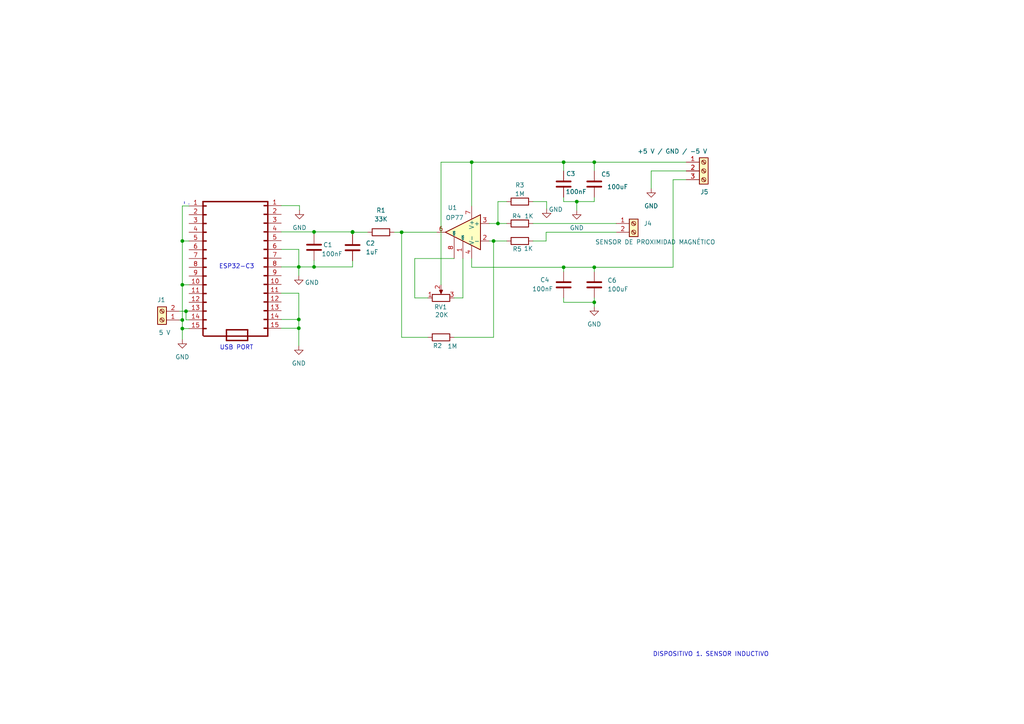
<source format=kicad_sch>
(kicad_sch (version 20211123) (generator eeschema)
  (paper "A4")
  (lib_symbols
    (symbol "Amplifier_Operational:OP77" (pin_names (offset 0.127))
      (property "Reference" "U" (at 1.27 6.35 0))
      (property "Value" "OP77" (at 1.27 3.81 0))
      (symbol "OP77_0_1"
        (polyline (pts (xy -5.08 5.08) (xy 5.08 0) (xy -5.08 -5.08) (xy -5.08 5.08)) (stroke (width 0.254)) (fill (type background)))
      )
      (symbol "OP77_1_1"
        (pin input line (at 0 -7.62 90) (length 5.08) (name "VOS") (number "1"))
        (pin input line (at -7.62 -2.54 0) (length 2.54) (name "-") (number "2"))
        (pin input line (at -7.62 2.54 0) (length 2.54) (name "+") (number "3"))
        (pin power_in line (at -2.54 -7.62 90) (length 3.81) (name "V-") (number "4"))
        (pin no_connect line (at 0 2.54 270) (length 2.54) hide (name "NC") (number "5"))
        (pin output line (at 7.62 0 180) (length 2.54) (name "~") (number "6"))
        (pin power_in line (at -2.54 7.62 270) (length 3.81) (name "V+") (number "7"))
        (pin input line (at 2.54 -7.62 90) (length 6.35) (name "VOS") (number "8"))
      )
    )
    (symbol "Connector:Conn_01x15_Male" (pin_names (offset 1.016) hide)
      (property "Reference" "J" (at 0 20.32 0))
      (property "Value" "Conn_01x15_Male" (at 0 -20.32 0))
      (symbol "Conn_01x15_Male_1_1"
        (polyline (pts (xy 1.27 -17.78) (xy 0.8636 -17.78)) (stroke (width 0.1524)))
        (polyline (pts (xy 1.27 -15.24) (xy 0.8636 -15.24)) (stroke (width 0.1524)))
        (polyline (pts (xy 1.27 -12.7) (xy 0.8636 -12.7)) (stroke (width 0.1524)))
        (polyline (pts (xy 1.27 -10.16) (xy 0.8636 -10.16)) (stroke (width 0.1524)))
        (polyline (pts (xy 1.27 -7.62) (xy 0.8636 -7.62)) (stroke (width 0.1524)))
        (polyline (pts (xy 1.27 -5.08) (xy 0.8636 -5.08)) (stroke (width 0.1524)))
        (polyline (pts (xy 1.27 -2.54) (xy 0.8636 -2.54)) (stroke (width 0.1524)))
        (polyline (pts (xy 1.27 0) (xy 0.8636 0)) (stroke (width 0.1524)))
        (polyline (pts (xy 1.27 2.54) (xy 0.8636 2.54)) (stroke (width 0.1524)))
        (polyline (pts (xy 1.27 5.08) (xy 0.8636 5.08)) (stroke (width 0.1524)))
        (polyline (pts (xy 1.27 7.62) (xy 0.8636 7.62)) (stroke (width 0.1524)))
        (polyline (pts (xy 1.27 10.16) (xy 0.8636 10.16)) (stroke (width 0.1524)))
        (polyline (pts (xy 1.27 12.7) (xy 0.8636 12.7)) (stroke (width 0.1524)))
        (polyline (pts (xy 1.27 15.24) (xy 0.8636 15.24)) (stroke (width 0.1524)))
        (polyline (pts (xy 1.27 17.78) (xy 0.8636 17.78)) (stroke (width 0.1524)))
        (rectangle (start 0.8636 -17.653) (end 0 -17.907) (stroke (width 0.1524)) (fill (type outline)))
        (rectangle (start 0.8636 -15.113) (end 0 -15.367) (stroke (width 0.1524)) (fill (type outline)))
        (rectangle (start 0.8636 -12.573) (end 0 -12.827) (stroke (width 0.1524)) (fill (type outline)))
        (rectangle (start 0.8636 -10.033) (end 0 -10.287) (stroke (width 0.1524)) (fill (type outline)))
        (rectangle (start 0.8636 -7.493) (end 0 -7.747) (stroke (width 0.1524)) (fill (type outline)))
        (rectangle (start 0.8636 -4.953) (end 0 -5.207) (stroke (width 0.1524)) (fill (type outline)))
        (rectangle (start 0.8636 -2.413) (end 0 -2.667) (stroke (width 0.1524)) (fill (type outline)))
        (rectangle (start 0.8636 0.127) (end 0 -0.127) (stroke (width 0.1524)) (fill (type outline)))
        (rectangle (start 0.8636 2.667) (end 0 2.413) (stroke (width 0.1524)) (fill (type outline)))
        (rectangle (start 0.8636 5.207) (end 0 4.953) (stroke (width 0.1524)) (fill (type outline)))
        (rectangle (start 0.8636 7.747) (end 0 7.493) (stroke (width 0.1524)) (fill (type outline)))
        (rectangle (start 0.8636 10.287) (end 0 10.033) (stroke (width 0.1524)) (fill (type outline)))
        (rectangle (start 0.8636 12.827) (end 0 12.573) (stroke (width 0.1524)) (fill (type outline)))
        (rectangle (start 0.8636 15.367) (end 0 15.113) (stroke (width 0.1524)) (fill (type outline)))
        (rectangle (start 0.8636 17.907) (end 0 17.653) (stroke (width 0.1524)) (fill (type outline)))
        (pin passive line (at 5.08 17.78 180) (length 3.81) (name "Pin_1") (number "1"))
        (pin passive line (at 5.08 -5.08 180) (length 3.81) (name "Pin_10") (number "10"))
        (pin passive line (at 5.08 -7.62 180) (length 3.81) (name "Pin_11") (number "11"))
        (pin passive line (at 5.08 -10.16 180) (length 3.81) (name "Pin_12") (number "12"))
        (pin passive line (at 5.08 -12.7 180) (length 3.81) (name "Pin_13") (number "13"))
        (pin passive line (at 5.08 -15.24 180) (length 3.81) (name "Pin_14") (number "14"))
        (pin passive line (at 5.08 -17.78 180) (length 3.81) (name "Pin_15") (number "15"))
        (pin passive line (at 5.08 15.24 180) (length 3.81) (name "Pin_2") (number "2"))
        (pin passive line (at 5.08 12.7 180) (length 3.81) (name "Pin_3") (number "3"))
        (pin passive line (at 5.08 10.16 180) (length 3.81) (name "Pin_4") (number "4"))
        (pin passive line (at 5.08 7.62 180) (length 3.81) (name "Pin_5") (number "5"))
        (pin passive line (at 5.08 5.08 180) (length 3.81) (name "Pin_6") (number "6"))
        (pin passive line (at 5.08 2.54 180) (length 3.81) (name "Pin_7") (number "7"))
        (pin passive line (at 5.08 0 180) (length 3.81) (name "Pin_8") (number "8"))
        (pin passive line (at 5.08 -2.54 180) (length 3.81) (name "Pin_9") (number "9"))
      )
    )
    (symbol "Connector:Screw_Terminal_01x02" (pin_names (offset 1.016) hide)
      (property "Reference" "J" (at 0 2.54 0))
      (property "Value" "Screw_Terminal_01x02" (at 0 -5.08 0))
      (symbol "Screw_Terminal_01x02_1_1"
        (rectangle (start -1.27 1.27) (end 1.27 -3.81) (stroke (width 0.254)) (fill (type background)))
        (circle (center 0 -2.54) (radius 0.635) (stroke (width 0.1524)))
        (polyline (pts (xy -0.5334 -2.2098) (xy 0.3302 -3.048)) (stroke (width 0.1524)))
        (polyline (pts (xy -0.5334 0.3302) (xy 0.3302 -0.508)) (stroke (width 0.1524)))
        (polyline (pts (xy -0.3556 -2.032) (xy 0.508 -2.8702)) (stroke (width 0.1524)))
        (polyline (pts (xy -0.3556 0.508) (xy 0.508 -0.3302)) (stroke (width 0.1524)))
        (circle (center 0 0) (radius 0.635) (stroke (width 0.1524)))
        (pin passive line (at -5.08 0 0) (length 3.81) (name "Pin_1") (number "1"))
        (pin passive line (at -5.08 -2.54 0) (length 3.81) (name "Pin_2") (number "2"))
      )
    )
    (symbol "Connector:Screw_Terminal_01x03" (pin_names (offset 1.016) hide)
      (property "Reference" "J" (at 0 5.08 0))
      (property "Value" "Screw_Terminal_01x03" (at 0 -5.08 0))
      (symbol "Screw_Terminal_01x03_1_1"
        (rectangle (start -1.27 3.81) (end 1.27 -3.81) (stroke (width 0.254)) (fill (type background)))
        (circle (center 0 -2.54) (radius 0.635) (stroke (width 0.1524)))
        (polyline (pts (xy -0.5334 -2.2098) (xy 0.3302 -3.048)) (stroke (width 0.1524)))
        (polyline (pts (xy -0.5334 0.3302) (xy 0.3302 -0.508)) (stroke (width 0.1524)))
        (polyline (pts (xy -0.5334 2.8702) (xy 0.3302 2.032)) (stroke (width 0.1524)))
        (polyline (pts (xy -0.3556 -2.032) (xy 0.508 -2.8702)) (stroke (width 0.1524)))
        (polyline (pts (xy -0.3556 0.508) (xy 0.508 -0.3302)) (stroke (width 0.1524)))
        (polyline (pts (xy -0.3556 3.048) (xy 0.508 2.2098)) (stroke (width 0.1524)))
        (circle (center 0 0) (radius 0.635) (stroke (width 0.1524)))
        (circle (center 0 2.54) (radius 0.635) (stroke (width 0.1524)))
        (pin passive line (at -5.08 2.54 0) (length 3.81) (name "Pin_1") (number "1"))
        (pin passive line (at -5.08 0 0) (length 3.81) (name "Pin_2") (number "2"))
        (pin passive line (at -5.08 -2.54 0) (length 3.81) (name "Pin_3") (number "3"))
      )
    )
    (symbol "Device:C" (pin_numbers hide) (pin_names (offset 0.254))
      (property "Reference" "C" (at 0.635 2.54 0))
      (property "Value" "C" (at 0.635 -2.54 0))
      (symbol "C_0_1"
        (polyline (pts (xy -2.032 -0.762) (xy 2.032 -0.762)) (stroke (width 0.508)))
        (polyline (pts (xy -2.032 0.762) (xy 2.032 0.762)) (stroke (width 0.508)))
      )
      (symbol "C_1_1"
        (pin passive line (at 0 3.81 270) (length 2.794) (name "~") (number "1"))
        (pin passive line (at 0 -3.81 90) (length 2.794) (name "~") (number "2"))
      )
    )
    (symbol "Device:R" (pin_numbers hide) (pin_names (offset 0))
      (property "Reference" "R" (at 2.032 0 90))
      (property "Value" "R" (at 0 0 90))
      (symbol "R_0_1"
        (rectangle (start -1.016 -2.54) (end 1.016 2.54) (stroke (width 0.254)))
      )
      (symbol "R_1_1"
        (pin passive line (at 0 3.81 270) (length 1.27) (name "~") (number "1"))
        (pin passive line (at 0 -3.81 90) (length 1.27) (name "~") (number "2"))
      )
    )
    (symbol "Device:R_Potentiometer" (pin_names (offset 1.016) hide)
      (property "Reference" "RV" (at -4.445 0 90))
      (property "Value" "R_Potentiometer" (at -2.54 0 90))
      (symbol "R_Potentiometer_0_1"
        (polyline (pts (xy 2.54 0) (xy 1.524 0)))
        (polyline (pts (xy 1.143 0) (xy 2.286 0.508) (xy 2.286 -0.508) (xy 1.143 0)) (fill (type outline)))
        (rectangle (start 1.016 2.54) (end -1.016 -2.54) (stroke (width 0.254)))
      )
      (symbol "R_Potentiometer_1_1"
        (pin passive line (at 0 3.81 270) (length 1.27) (name "1") (number "1"))
        (pin passive line (at 3.81 0 180) (length 1.27) (name "2") (number "2"))
        (pin passive line (at 0 -3.81 90) (length 1.27) (name "3") (number "3"))
      )
    )
    (symbol "power:GND" (power) (pin_names (offset 0))
      (property "Value" "GND" (at 0 -3.81 0))
      (symbol "GND_0_1"
        (polyline (pts (xy 0 0) (xy 0 -1.27) (xy 1.27 -1.27) (xy 0 -2.54) (xy -1.27 -1.27) (xy 0 -1.27)))
      )
      (symbol "GND_1_1"
        (pin power_in line (at 0 0 270) (length 0) hide (name "GND") (number "1"))
      )
    )
  )
  (junction (at 52.8828 92.8116))
  (junction (at 116.4844 67.3608))
  (junction (at 136.8044 47.0408))
  (junction (at 163.4744 47.0408))
  (junction (at 143.1544 69.9008))
  (junction (at 167.2844 58.4708))
  (junction (at 52.8828 69.9008))
  (junction (at 52.8828 95.3008))
  (junction (at 91.0844 77.4192))
  (junction (at 86.6648 92.6592))
  (junction (at 91.0844 67.2592))
  (junction (at 163.4744 77.5208))
  (junction (at 102.2604 67.2592))
  (junction (at 102.2604 67.3608))
  (junction (at 172.3644 77.5208))
  (junction (at 144.4244 64.8208))
  (junction (at 52.8828 82.6008))
  (junction (at 86.6648 77.4192))
  (junction (at 172.3644 87.6808))
  (junction (at 53.9496 90.2716))
  (junction (at 86.6648 95.1992))
  (junction (at 172.3644 47.0408))
  (wire (pts (xy 86.6648 92.6592) (xy 86.6648 95.1992)))
  (wire (pts (xy 106.68 67.3608) (xy 102.2604 67.3608)))
  (wire (pts (xy 52.07 92.8116) (xy 52.8828 92.8116)))
  (wire (pts (xy 86.868 59.6392) (xy 86.868 60.96)))
  (wire (pts (xy 195.2244 52.1208) (xy 195.2244 77.5208)))
  (wire (pts (xy 102.2604 67.2592) (xy 102.2604 67.3608)))
  (wire (pts (xy 163.4744 47.0408) (xy 172.3644 47.0408)))
  (wire (pts (xy 52.8828 69.9008) (xy 52.8828 82.6008)))
  (wire (pts (xy 188.8744 49.5808) (xy 188.8744 54.6608)))
  (polyline (pts (xy 77.6732 97.4852) (xy 77.6732 58.4708)) (stroke (width 0.4) (type solid) (color 132 0 0 1)))
  (wire (pts (xy 141.8844 69.9008) (xy 143.1544 69.9008)))
  (wire (pts (xy 134.2644 86.4108) (xy 131.7244 86.4108)))
  (wire (pts (xy 54.8132 95.3008) (xy 52.8828 95.3008)))
  (wire (pts (xy 163.4744 77.5208) (xy 163.4744 78.7908)))
  (wire (pts (xy 172.3644 57.2008) (xy 172.3644 58.4708)))
  (polyline (pts (xy 71.8312 95.6564) (xy 71.8312 98.7552)) (stroke (width 0.4) (type solid) (color 132 0 0 1)))
  (polyline (pts (xy 54.7116 59.182) (xy 54.864 59.182)))
  (wire (pts (xy 163.4744 87.6808) (xy 172.3644 87.6808)))
  (wire (pts (xy 54.8132 92.7608) (xy 53.9496 92.7608)))
  (wire (pts (xy 81.5848 85.0392) (xy 86.6648 85.0392)))
  (wire (pts (xy 127.9144 47.0408) (xy 136.8044 47.0408)))
  (wire (pts (xy 81.5848 92.6592) (xy 86.6648 92.6592)))
  (polyline (pts (xy 65.6844 98.7552) (xy 71.8312 98.7552)) (stroke (width 0.4) (type solid) (color 132 0 0 1)))
  (wire (pts (xy 143.1544 97.8408) (xy 143.1544 69.9008)))
  (wire (pts (xy 52.8828 82.6008) (xy 54.8132 82.6008)))
  (wire (pts (xy 172.3644 86.4108) (xy 172.3644 87.6808)))
  (wire (pts (xy 52.8828 69.9008) (xy 54.8132 69.9008)))
  (wire (pts (xy 144.4244 58.4708) (xy 144.4244 64.8208)))
  (wire (pts (xy 158.3944 67.3608) (xy 158.3944 69.9008)))
  (polyline (pts (xy 65.6844 95.6564) (xy 71.8312 95.6564)) (stroke (width 0.4) (type solid) (color 132 0 0 1)))
  (wire (pts (xy 172.3644 87.6808) (xy 172.3644 88.9508)))
  (wire (pts (xy 86.6648 72.3392) (xy 86.6648 77.4192)))
  (wire (pts (xy 102.2604 67.3608) (xy 102.2604 68.0212)))
  (wire (pts (xy 126.6444 67.3608) (xy 116.4844 67.3608)))
  (wire (pts (xy 199.0344 49.5808) (xy 188.8744 49.5808)))
  (wire (pts (xy 127.9144 82.6008) (xy 127.9144 47.0408)))
  (wire (pts (xy 178.7144 67.3608) (xy 158.3944 67.3608)))
  (wire (pts (xy 158.3944 69.9008) (xy 154.5844 69.9008)))
  (wire (pts (xy 167.2844 58.4708) (xy 163.4744 58.4708)))
  (wire (pts (xy 172.3644 47.0408) (xy 199.0344 47.0408)))
  (wire (pts (xy 134.2644 74.9808) (xy 134.2644 86.4108)))
  (polyline (pts (xy 59.1312 97.4852) (xy 77.6732 97.4852)) (stroke (width 0.4) (type solid) (color 132 0 0 1)))
  (wire (pts (xy 52.8828 59.7408) (xy 52.8828 69.9008)))
  (wire (pts (xy 124.1044 97.8408) (xy 116.4844 97.8408)))
  (wire (pts (xy 136.8044 59.7408) (xy 136.8044 47.0408)))
  (wire (pts (xy 167.2844 61.0108) (xy 167.2844 58.4708)))
  (wire (pts (xy 172.3644 78.7908) (xy 172.3644 77.5208)))
  (wire (pts (xy 172.3644 77.5208) (xy 163.4744 77.5208)))
  (wire (pts (xy 52.8828 82.6008) (xy 52.8828 92.8116)))
  (wire (pts (xy 81.5848 67.2592) (xy 91.0844 67.2592)))
  (wire (pts (xy 146.9644 58.4708) (xy 144.4244 58.4708)))
  (wire (pts (xy 120.2944 74.9808) (xy 131.7244 74.9808)))
  (wire (pts (xy 91.0844 67.2592) (xy 91.0844 67.9196)))
  (wire (pts (xy 53.9496 90.2716) (xy 53.9496 92.7608)))
  (wire (pts (xy 199.0344 52.1208) (xy 195.2244 52.1208)))
  (wire (pts (xy 195.2244 77.5208) (xy 172.3644 77.5208)))
  (wire (pts (xy 141.8844 64.8208) (xy 144.4244 64.8208)))
  (wire (pts (xy 116.4844 67.3608) (xy 116.4844 97.8408)))
  (wire (pts (xy 52.07 90.2716) (xy 53.9496 90.2716)))
  (wire (pts (xy 158.5468 60.6044) (xy 158.5468 58.4708)))
  (wire (pts (xy 154.5844 64.8208) (xy 178.7144 64.8208)))
  (wire (pts (xy 136.8044 77.5208) (xy 163.4744 77.5208)))
  (wire (pts (xy 136.8044 47.0408) (xy 163.4744 47.0408)))
  (wire (pts (xy 131.7244 97.8408) (xy 143.1544 97.8408)))
  (wire (pts (xy 81.5848 59.6392) (xy 86.868 59.6392)))
  (polyline (pts (xy 77.6732 58.4708) (xy 58.8264 58.4708)) (stroke (width 0.4) (type solid) (color 132 0 0 1)))
  (wire (pts (xy 158.5468 58.4708) (xy 154.5844 58.4708)))
  (wire (pts (xy 172.3644 58.4708) (xy 167.2844 58.4708)))
  (wire (pts (xy 102.2604 75.6412) (xy 102.2604 77.4192)))
  (wire (pts (xy 53.9496 90.2208) (xy 53.9496 90.2716)))
  (wire (pts (xy 86.6648 77.4192) (xy 86.6648 79.9592)))
  (wire (pts (xy 136.8044 74.9808) (xy 136.8044 77.5208)))
  (wire (pts (xy 86.6648 95.1992) (xy 86.6648 100.2792)))
  (wire (pts (xy 81.5848 72.3392) (xy 86.6648 72.3392)))
  (wire (pts (xy 163.4744 58.4708) (xy 163.4744 57.2008)))
  (wire (pts (xy 163.4744 47.0408) (xy 163.4744 49.5808)))
  (wire (pts (xy 52.8828 95.3008) (xy 52.8828 98.4504)))
  (wire (pts (xy 144.4244 64.8208) (xy 146.9644 64.8208)))
  (wire (pts (xy 120.2944 74.9808) (xy 120.2944 86.4108)))
  (wire (pts (xy 91.0844 75.5396) (xy 91.0844 77.4192)))
  (polyline (pts (xy 65.6844 95.6564) (xy 65.6844 98.7552)) (stroke (width 0.4) (type solid) (color 132 0 0 1)))
  (wire (pts (xy 143.1544 69.9008) (xy 146.9644 69.9008)))
  (wire (pts (xy 91.0844 67.2592) (xy 102.2604 67.2592)))
  (wire (pts (xy 86.6648 85.0392) (xy 86.6648 92.6592)))
  (wire (pts (xy 52.8828 59.7408) (xy 54.8132 59.7408)))
  (wire (pts (xy 102.2604 77.4192) (xy 91.0844 77.4192)))
  (wire (pts (xy 52.8828 92.8116) (xy 52.8828 95.3008)))
  (wire (pts (xy 120.2944 86.4108) (xy 124.1044 86.4108)))
  (wire (pts (xy 172.3644 47.0408) (xy 172.3644 49.5808)))
  (polyline (pts (xy 58.8772 58.7248) (xy 58.8772 97.282)) (stroke (width 0.4) (type solid) (color 132 0 0 1)))
  (wire (pts (xy 86.6648 77.4192) (xy 91.0844 77.4192)))
  (wire (pts (xy 81.5848 95.1992) (xy 86.6648 95.1992)))
  (wire (pts (xy 53.9496 90.2208) (xy 54.8132 90.2208)))
  (polyline (pts (xy 53.4924 58.4708) (xy 53.4924 59.0804)))
  (wire (pts (xy 114.3 67.3608) (xy 116.4844 67.3608)))
  (wire (pts (xy 81.5848 77.4192) (xy 86.6648 77.4192)))
  (wire (pts (xy 163.4744 86.4108) (xy 163.4744 87.6808)))
  (text "ESP32-C3" (at 63.5 78.1304 0) (effects (font (size 1.27 1.27)) (justify left bottom)))
  (text "USB PORT" (at 63.7032 101.6508 0) (effects (font (size 1.27 1.27)) (justify left bottom)))
  (text "DISPOSITIVO 1. SENSOR INDUCTIVO" (at 189.3316 190.6016 0) (effects (font (size 1.27 1.27)) (justify left bottom)))
  (symbol (lib_id "Device:R") (at 150.7744 58.4708 270) (unit 1)
    (property "Reference" "R3" (at 150.7744 53.6956 90))
    (property "Value" "1M" (at 150.7744 56.2356 90))
    (property "Footprint" "Resistor_THT:R_Axial_DIN0411_L9.9mm_D3.6mm_P12.70mm_Horizontal" (effects hide))
  )
  (symbol (lib_id "power:GND") (at 172.3644 88.9508 0) (unit 1)
    (property "Reference" "#PWR07" (effects hide))
    (property "Value" "GND" (at 172.3644 94.0308 0))
  )
  (symbol (lib_id "Connector:Conn_01x15_Male") (at 59.8932 77.5208 0) (mirror y) (unit 1)
    (property "Reference" "J2" (effects hide))
    (property "Value" "Conn_01x15_Male" (effects hide))
    (property "Footprint" "Connector_PinHeader_2.54mm:PinHeader_1x15_P2.54mm_Vertical" (effects hide))
    (property "Reference" "J2" (effects hide))
    (property "Value" "Conn_01x15_Male" (effects hide))
  )
  (symbol (lib_id "Device:C") (at 172.3644 53.3908 0) (unit 1)
    (property "Reference" "C5" (at 174.3456 50.546 0) (effects (justify left)))
    (property "Value" "100uF" (at 176.0728 54.2036 0) (effects (justify left)))
    (property "Footprint" "Capacitor_THT:CP_Radial_D8.0mm_P5.00mm" (effects hide))
  )
  (symbol (lib_id "Device:R") (at 127.9144 97.8408 90) (unit 1)
    (property "Reference" "R2" (at 126.8984 100.2792 90))
    (property "Value" "1M" (at 131.2164 100.4316 90))
    (property "Footprint" "Resistor_THT:R_Axial_DIN0411_L9.9mm_D3.6mm_P12.70mm_Horizontal" (effects hide))
  )
  (symbol (lib_id "Device:C") (at 163.4744 82.6008 0) (unit 1)
    (property "Reference" "C4" (at 156.6672 81.1784 0) (effects (justify left)))
    (property "Value" "100nF" (at 154.3304 83.82 0) (effects (justify left)))
    (property "Footprint" "Capacitor_THT:CP_Radial_D8.0mm_P5.00mm" (effects hide))
  )
  (symbol (lib_id "Amplifier_Operational:OP77") (at 134.2644 67.3608 0) (mirror y) (unit 1)
    (property "Reference" "U1" (at 129.8448 60.2488 0) (effects (justify right)))
    (property "Value" "OP77" (at 129.2352 63.1444 0) (effects (justify right)))
    (property "Footprint" "Package_DIP:DIP-8_W7.62mm" (effects hide))
    (property "Footprint" "Package_DIP:DIP-8_W7.62mm" (effects hide))
    (property "Reference" "U1" (effects hide))
    (property "Value" "OP77" (effects hide))
  )
  (symbol (lib_id "Device:C") (at 163.4744 53.3908 0) (unit 1)
    (property "Reference" "C3" (at 164.1856 50.3936 0) (effects (justify left)))
    (property "Value" "100nF" (at 164.0332 55.626 0) (effects (justify left)))
    (property "Footprint" "Capacitor_THT:CP_Radial_D8.0mm_P5.00mm" (effects hide))
  )
  (symbol (lib_id "power:GND") (at 158.5468 60.6044 0) (unit 1)
    (property "Reference" "#PWR05" (effects hide))
    (property "Value" "GND" (at 161.1884 60.7568 0))
  )
  (symbol (lib_id "power:GND") (at 52.8828 98.4504 0) (unit 1)
    (property "Reference" "#PWR01" (effects hide))
    (property "Value" "GND" (at 52.8828 103.5304 0))
  )
  (symbol (lib_id "Device:C") (at 91.0844 71.7296 0) (unit 1)
    (property "Reference" "C1" (at 93.726 71.0184 0) (effects (justify left)))
    (property "Value" "100nF" (at 93.2688 73.66 0) (effects (justify left)))
    (property "Footprint" "Capacitor_THT:CP_Radial_D8.0mm_P5.00mm" (effects hide))
  )
  (symbol (lib_id "Connector:Screw_Terminal_01x02") (at 183.7944 64.8208 0) (unit 1)
    (property "Reference" "J4" (at 186.69 64.8207 0) (effects (justify left)))
    (property "Value" "SENSOR DE PROXIMIDAD MAGNÉTICO" (at 172.6184 70.2056 0) (effects (justify left)))
    (property "Footprint" "Connector_Phoenix_MC_HighVoltage:PhoenixContact_MCV_1,5_2-G-5.08_1x02_P5.08mm_Vertical" (effects hide))
  )
  (symbol (lib_id "Device:C") (at 172.3644 82.6008 0) (unit 1)
    (property "Reference" "C6" (at 176.1744 81.3307 0) (effects (justify left)))
    (property "Value" "100uF" (at 176.1744 83.8707 0) (effects (justify left)))
    (property "Footprint" "Capacitor_THT:CP_Radial_D8.0mm_P5.00mm" (effects hide))
  )
  (symbol (lib_id "Device:R") (at 150.7744 69.9008 90) (unit 1)
    (property "Reference" "R5" (at 150.0124 72.2376 90))
    (property "Value" "1K" (at 153.2636 72.0852 90))
    (property "Footprint" "Resistor_THT:R_Axial_DIN0411_L9.9mm_D3.6mm_P12.70mm_Horizontal" (effects hide))
  )
  (symbol (lib_id "Device:R") (at 110.49 67.3608 90) (unit 1)
    (property "Reference" "R1" (at 110.49 61.0108 90))
    (property "Value" "33K" (at 110.49 63.5508 90))
    (property "Footprint" "Resistor_THT:R_Axial_DIN0411_L9.9mm_D3.6mm_P12.70mm_Horizontal" (effects hide))
    (property "Footprint" "Resistor_THT:R_Axial_DIN0411_L9.9mm_D3.6mm_P12.70mm_Horizontal" (effects hide))
    (property "Reference" "R1" (effects hide))
    (property "Value" "33K" (effects hide))
  )
  (symbol (lib_id "Connector:Conn_01x15_Male") (at 76.5048 77.4192 0) (unit 1)
    (property "Reference" "J3" (effects hide))
    (property "Value" "Conn_01x15_Male" (effects hide))
    (property "Footprint" "Connector_PinHeader_2.54mm:PinHeader_1x15_P2.54mm_Vertical" (effects hide))
    (property "Reference" "J3" (effects hide))
    (property "Value" "Conn_01x15_Male" (effects hide))
  )
  (symbol (lib_id "power:GND") (at 188.8744 54.6608 0) (unit 1)
    (property "Reference" "#PWR08" (effects hide))
    (property "Value" "GND" (at 188.8744 59.7408 0))
  )
  (symbol (lib_id "Device:R") (at 150.7744 64.8208 90) (unit 1)
    (property "Reference" "R4" (at 149.86 62.6872 90))
    (property "Value" "1K" (at 153.416 62.6872 90))
    (property "Footprint" "Resistor_THT:R_Axial_DIN0411_L9.9mm_D3.6mm_P12.70mm_Horizontal" (effects hide))
  )
  (symbol (lib_id "power:GND") (at 86.6648 79.9592 0) (unit 1)
    (property "Reference" "#PWR02" (effects hide))
    (property "Value" "GND" (at 90.4748 81.9404 0))
  )
  (symbol (lib_id "power:GND") (at 86.6648 100.2792 0) (unit 1)
    (property "Reference" "#PWR03" (effects hide))
    (property "Value" "GND" (at 86.6648 105.3592 0))
  )
  (symbol (lib_id "power:GND") (at 86.868 60.96 0) (unit 1)
    (property "Reference" "#PWR04" (effects hide))
    (property "Value" "GND" (at 86.868 66.04 0))
  )
  (symbol (lib_id "Connector:Screw_Terminal_01x03") (at 204.1144 49.5808 0) (unit 1)
    (property "Reference" "J5" (at 203.0984 55.6768 0) (effects (justify left)))
    (property "Value" "+5 V / GND / -5 V" (at 184.8612 43.8912 0) (effects (justify left)))
    (property "Footprint" "Connector_Phoenix_MC_HighVoltage:PhoenixContact_MCV_1,5_3-G-5.08_1x03_P5.08mm_Vertical" (effects hide))
    (property "Reference" "J5" (effects hide))
    (property "Value" "+5 V / GND / -5 V" (effects hide))
  )
  (symbol (lib_id "Device:C") (at 102.2604 71.8312 0) (unit 1)
    (property "Reference" "C2" (at 106.0704 70.5611 0) (effects (justify left)))
    (property "Value" "1uF" (at 106.0704 73.1011 0) (effects (justify left)))
    (property "Footprint" "Capacitor_THT:CP_Radial_D8.0mm_P5.00mm" (effects hide))
  )
  (symbol (lib_id "Device:R_Potentiometer") (at 127.9144 86.4108 90) (unit 1)
    (property "Reference" "RV1" (at 127.8128 89.0524 90))
    (property "Value" "20K" (at 128.1176 91.3384 90))
    (property "Footprint" "Potentiometer_THT:Potentiometer_ACP_CA6-H2,5_Horizontal" (effects hide))
    (property "Footprint" "Potentiometer_THT:Potentiometer_ACP_CA6-H2,5_Horizontal" (effects hide))
    (property "Reference" "RV1" (effects hide))
    (property "Value" "20K" (effects hide))
  )
  (symbol (lib_id "power:GND") (at 167.2844 61.0108 0) (unit 1)
    (property "Reference" "#PWR06" (effects hide))
    (property "Value" "GND" (at 167.2844 66.0908 0))
  )
  (symbol (lib_id "Connector:Screw_Terminal_01x02") (at 46.99 92.8116 180) (unit 1)
    (property "Reference" "J1" (at 46.7868 86.9696 0))
    (property "Value" "5 V" (at 47.752 96.4692 0))
    (property "Footprint" "Connector_Phoenix_MC_HighVoltage:PhoenixContact_MCV_1,5_2-G-5.08_1x02_P5.08mm_Vertical" (effects hide))
  )
)
</source>
